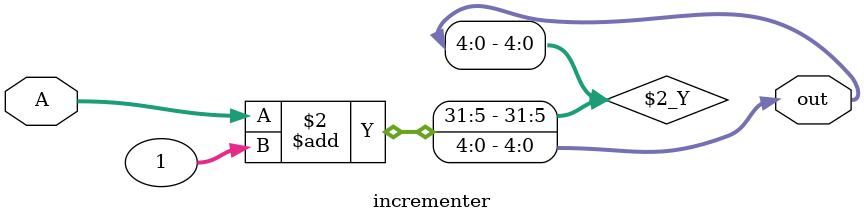
<source format=v>

module incrementer(A, out);
    input [3:0]A;
    output [4:0]out;
    reg [4:0]out;

    always@(A)
        begin
            // perform addition
            out = A + 1;
        end
    
    endmodule
</source>
